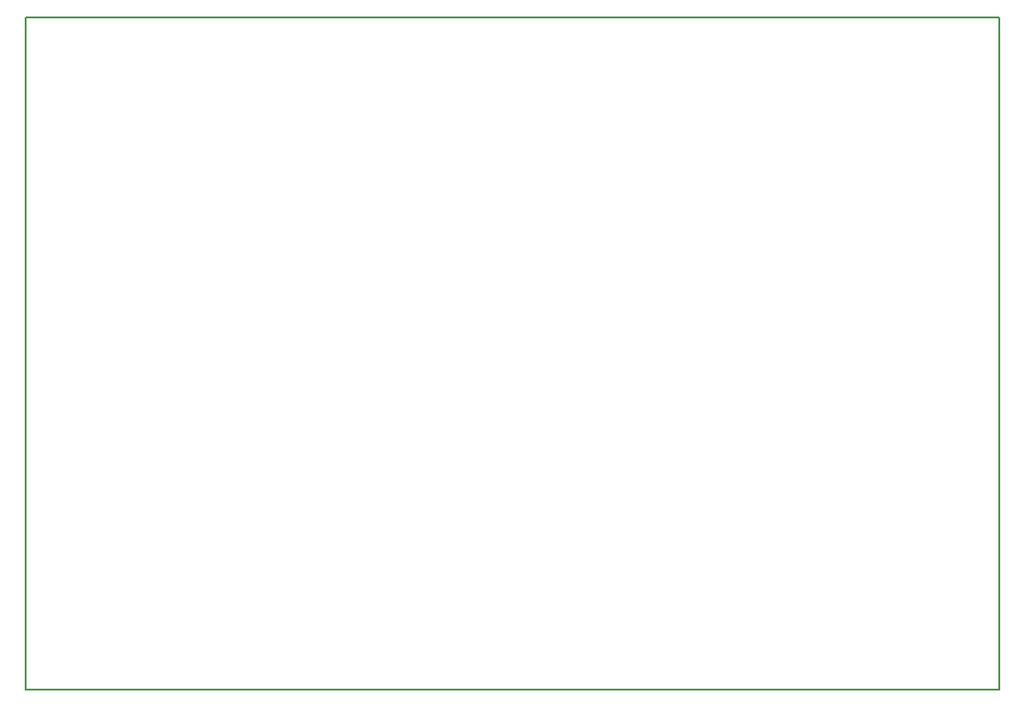
<source format=gbr>
%TF.GenerationSoftware,KiCad,Pcbnew,(7.0.0)*%
%TF.CreationDate,2023-04-20T18:01:31-06:00*%
%TF.ProjectId,PhaseBsheild,50686173-6542-4736-9865-696c642e6b69,rev?*%
%TF.SameCoordinates,Original*%
%TF.FileFunction,Profile,NP*%
%FSLAX46Y46*%
G04 Gerber Fmt 4.6, Leading zero omitted, Abs format (unit mm)*
G04 Created by KiCad (PCBNEW (7.0.0)) date 2023-04-20 18:01:31*
%MOMM*%
%LPD*%
G01*
G04 APERTURE LIST*
%TA.AperFunction,Profile*%
%ADD10C,0.150000*%
%TD*%
G04 APERTURE END LIST*
D10*
X78300000Y-47900000D02*
X168300000Y-47900000D01*
X168300000Y-47900000D02*
X168300000Y-110000000D01*
X168300000Y-110000000D02*
X78300000Y-110000000D01*
X78300000Y-110000000D02*
X78300000Y-47900000D01*
M02*

</source>
